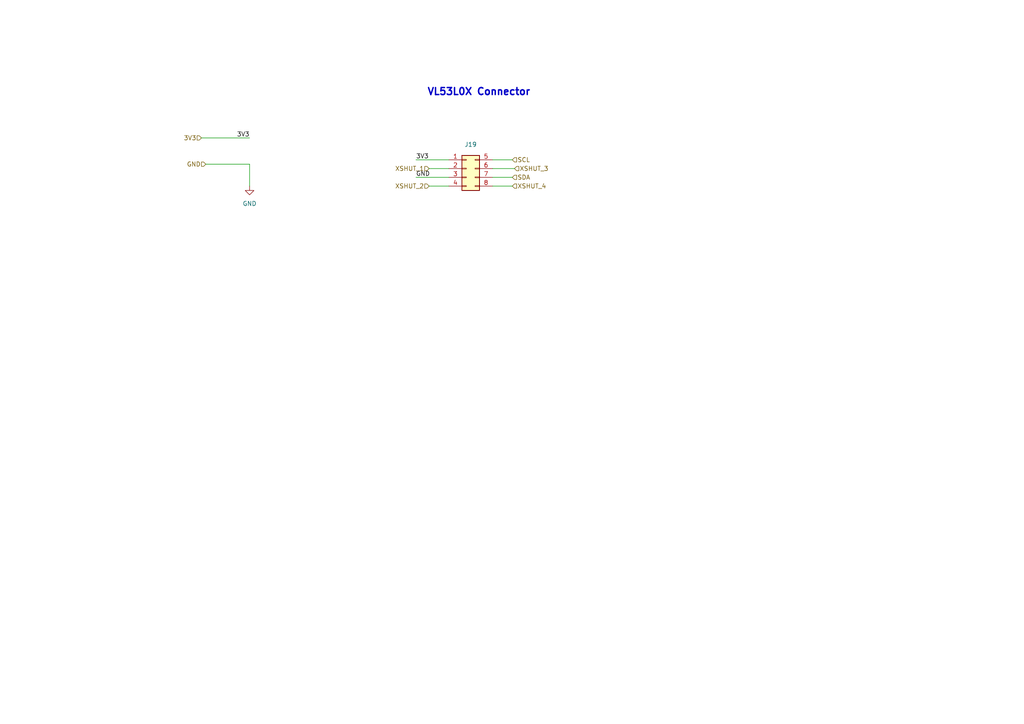
<source format=kicad_sch>
(kicad_sch (version 20211123) (generator eeschema)
  (paper "A4")
  (lib_symbols
    (symbol "Connector_Generic:Conn_02x04_Top_Bottom" (pin_names (offset 1.016) hide)
      (property "Reference" "J" (at 1.27 5.08 0))
      (property "Value" "Conn_02x04_Top_Bottom" (at 1.27 -7.62 0))
      (symbol "Conn_02x04_Top_Bottom_1_1"
        (rectangle (start -1.27 -4.953) (end 0 -5.207) (stroke (width 0.1524)))
        (rectangle (start -1.27 -2.413) (end 0 -2.667) (stroke (width 0.1524)))
        (rectangle (start -1.27 0.127) (end 0 -0.127) (stroke (width 0.1524)))
        (rectangle (start -1.27 2.667) (end 0 2.413) (stroke (width 0.1524)))
        (rectangle (start -1.27 3.81) (end 3.81 -6.35) (stroke (width 0.254)) (fill (type background)))
        (rectangle (start 3.81 -4.953) (end 2.54 -5.207) (stroke (width 0.1524)))
        (rectangle (start 3.81 -2.413) (end 2.54 -2.667) (stroke (width 0.1524)))
        (rectangle (start 3.81 0.127) (end 2.54 -0.127) (stroke (width 0.1524)))
        (rectangle (start 3.81 2.667) (end 2.54 2.413) (stroke (width 0.1524)))
        (pin passive line (at -5.08 2.54 0) (length 3.81) (name "Pin_1") (number "1"))
        (pin passive line (at -5.08 0 0) (length 3.81) (name "Pin_2") (number "2"))
        (pin passive line (at -5.08 -2.54 0) (length 3.81) (name "Pin_3") (number "3"))
        (pin passive line (at -5.08 -5.08 0) (length 3.81) (name "Pin_4") (number "4"))
        (pin passive line (at 7.62 2.54 180) (length 3.81) (name "Pin_5") (number "5"))
        (pin passive line (at 7.62 0 180) (length 3.81) (name "Pin_6") (number "6"))
        (pin passive line (at 7.62 -2.54 180) (length 3.81) (name "Pin_7") (number "7"))
        (pin passive line (at 7.62 -5.08 180) (length 3.81) (name "Pin_8") (number "8"))
      )
    )
    (symbol "power:GND" (power) (pin_names (offset 0))
      (property "Value" "GND" (at 0 -3.81 0))
      (symbol "GND_0_1"
        (polyline (pts (xy 0 0) (xy 0 -1.27) (xy 1.27 -1.27) (xy 0 -2.54) (xy -1.27 -1.27) (xy 0 -1.27)))
      )
      (symbol "GND_1_1"
        (pin power_in line (at 0 0 270) (length 0) hide (name "GND") (number "1"))
      )
    )
  )
  (wire (pts (xy 59.69 47.625) (xy 72.39 47.625)))
  (wire (pts (xy 142.875 48.895) (xy 149.225 48.895)))
  (wire (pts (xy 72.39 47.625) (xy 72.39 53.975)))
  (wire (pts (xy 142.875 51.435) (xy 148.59 51.435)))
  (wire (pts (xy 142.875 46.355) (xy 148.59 46.355)))
  (wire (pts (xy 124.46 48.895) (xy 130.175 48.895)))
  (wire (pts (xy 120.65 51.435) (xy 130.175 51.435)))
  (wire (pts (xy 124.46 53.975) (xy 130.175 53.975)))
  (wire (pts (xy 58.42 40.005) (xy 72.39 40.005)))
  (wire (pts (xy 120.65 46.355) (xy 130.175 46.355)))
  (wire (pts (xy 142.875 53.975) (xy 148.59 53.975)))
  (text "VL53L0X Connector" (at 123.825 27.94 0) (effects (font (size 2.032 2.032) (thickness 0.4064) bold) (justify left bottom)))
  (label "3V3" (at 72.39 40.005 180))
  (label "3V3" (at 120.65 46.355 0))
  (label "GND" (at 120.65 51.435 0))
  (hierarchical_label "SCL" (shape input) (at 148.59 46.355 0))
  (hierarchical_label "SDA" (shape input) (at 148.59 51.435 0))
  (hierarchical_label "XSHUT_1" (shape input) (at 124.46 48.895 180))
  (hierarchical_label "3V3" (shape input) (at 58.42 40.005 180))
  (hierarchical_label "XSHUT_2" (shape input) (at 124.46 53.975 180))
  (hierarchical_label "XSHUT_4" (shape input) (at 148.59 53.975 0))
  (hierarchical_label "GND" (shape input) (at 59.69 47.625 180))
  (hierarchical_label "XSHUT_3" (shape input) (at 149.225 48.895 0))
  (symbol (lib_id "Connector_Generic:Conn_02x04_Top_Bottom") (at 135.255 48.895 0) (unit 1)
    (property "Reference" "J19" (at 136.525 41.91 0))
    (property "Value" "Conn_02x04_Top_Bottom" (effects hide))
    (property "Footprint" "Connector_PinSocket_2.54mm:PinSocket_2x04_P2.54mm_Vertical" (effects hide))
  )
  (symbol (lib_id "power:GND") (at 72.39 53.975 0) (unit 1)
    (property "Reference" "#PWR0104" (effects hide))
    (property "Value" "GND" (at 72.39 59.055 0))
  )
)
</source>
